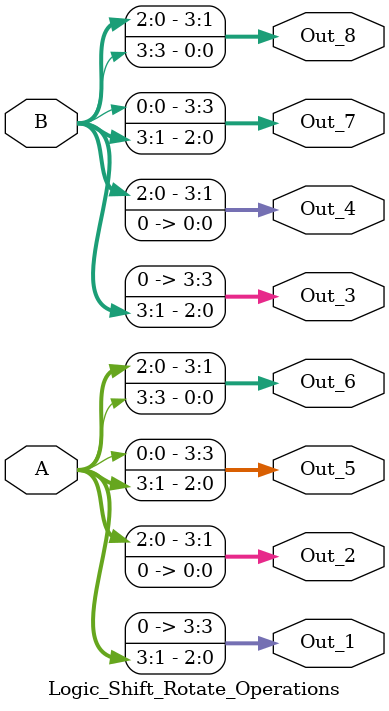
<source format=v>
module Logic_Shift_Rotate_Operations (
  input [3:0] A , B , 
  output [3:0] Out_1 , Out_2 , Out_3 , Out_4 , Out_5 , Out_6 , Out_7 , Out_8 
);

  assign Out_1 =  { 1'b0 , A[3:1] } ;
  assign Out_2 =  { A[2:0] , 1'b0 } ;
  assign Out_3 =  { 1'b0 , B[3:1] } ;
  assign Out_4 =  { B[2:0] , 1'b0 } ;

  assign Out_5 =  { A[0] , A[3:1] } ;
  assign Out_6 =  { A[2:0] , A[3] } ;
  assign Out_7 =  { B[0] , B[3:1] } ;
  assign Out_8 =  { B[2:0] , B[3] } ;
  
endmodule 

</source>
